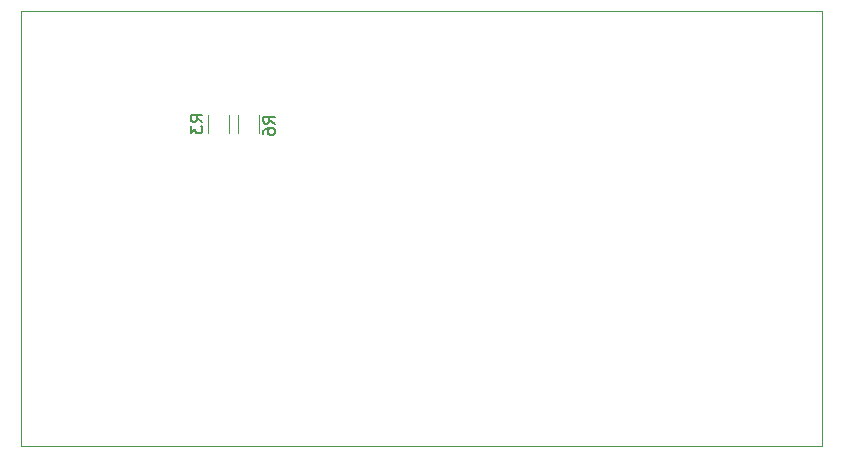
<source format=gbr>
%TF.GenerationSoftware,KiCad,Pcbnew,(6.0.7)*%
%TF.CreationDate,2022-12-20T14:52:23+01:00*%
%TF.ProjectId,bsmce04u-pp_GRBL_mod,62736d63-6530-4347-952d-70705f475242,rev?*%
%TF.SameCoordinates,Original*%
%TF.FileFunction,Legend,Bot*%
%TF.FilePolarity,Positive*%
%FSLAX46Y46*%
G04 Gerber Fmt 4.6, Leading zero omitted, Abs format (unit mm)*
G04 Created by KiCad (PCBNEW (6.0.7)) date 2022-12-20 14:52:23*
%MOMM*%
%LPD*%
G01*
G04 APERTURE LIST*
%TA.AperFunction,Profile*%
%ADD10C,0.100000*%
%TD*%
%ADD11C,0.150000*%
%ADD12C,0.120000*%
G04 APERTURE END LIST*
D10*
X161544000Y-33020000D02*
X161544000Y-69850000D01*
X93726000Y-69850000D02*
X93726000Y-33020000D01*
X93726000Y-33020000D02*
X161544000Y-33020000D01*
X161544000Y-69850000D02*
X93726000Y-69850000D01*
D11*
%TO.C,R3*%
X109122380Y-42378333D02*
X108646190Y-42045000D01*
X109122380Y-41806904D02*
X108122380Y-41806904D01*
X108122380Y-42187857D01*
X108170000Y-42283095D01*
X108217619Y-42330714D01*
X108312857Y-42378333D01*
X108455714Y-42378333D01*
X108550952Y-42330714D01*
X108598571Y-42283095D01*
X108646190Y-42187857D01*
X108646190Y-41806904D01*
X108122380Y-42711666D02*
X108122380Y-43330714D01*
X108503333Y-42997380D01*
X108503333Y-43140238D01*
X108550952Y-43235476D01*
X108598571Y-43283095D01*
X108693809Y-43330714D01*
X108931904Y-43330714D01*
X109027142Y-43283095D01*
X109074761Y-43235476D01*
X109122380Y-43140238D01*
X109122380Y-42854523D01*
X109074761Y-42759285D01*
X109027142Y-42711666D01*
%TO.C,R6*%
X115260380Y-42505333D02*
X114784190Y-42172000D01*
X115260380Y-41933904D02*
X114260380Y-41933904D01*
X114260380Y-42314857D01*
X114308000Y-42410095D01*
X114355619Y-42457714D01*
X114450857Y-42505333D01*
X114593714Y-42505333D01*
X114688952Y-42457714D01*
X114736571Y-42410095D01*
X114784190Y-42314857D01*
X114784190Y-41933904D01*
X114260380Y-43362476D02*
X114260380Y-43172000D01*
X114308000Y-43076761D01*
X114355619Y-43029142D01*
X114498476Y-42933904D01*
X114688952Y-42886285D01*
X115069904Y-42886285D01*
X115165142Y-42933904D01*
X115212761Y-42981523D01*
X115260380Y-43076761D01*
X115260380Y-43267238D01*
X115212761Y-43362476D01*
X115165142Y-43410095D01*
X115069904Y-43457714D01*
X114831809Y-43457714D01*
X114736571Y-43410095D01*
X114688952Y-43362476D01*
X114641333Y-43267238D01*
X114641333Y-43076761D01*
X114688952Y-42981523D01*
X114736571Y-42933904D01*
X114831809Y-42886285D01*
D12*
%TO.C,R3*%
X109580000Y-41817936D02*
X109580000Y-43272064D01*
X111400000Y-41817936D02*
X111400000Y-43272064D01*
%TO.C,R6*%
X113940000Y-41817936D02*
X113940000Y-43272064D01*
X112120000Y-41817936D02*
X112120000Y-43272064D01*
%TD*%
M02*

</source>
